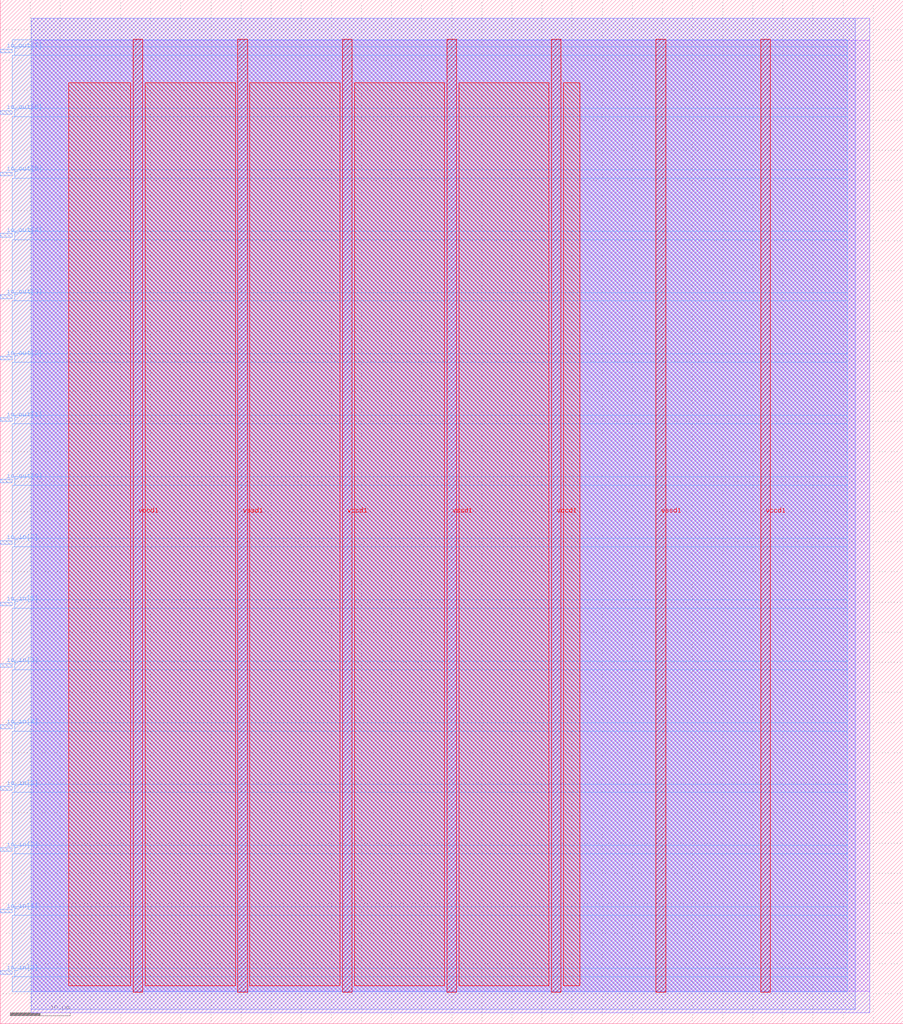
<source format=lef>
VERSION 5.7 ;
  NOWIREEXTENSIONATPIN ON ;
  DIVIDERCHAR "/" ;
  BUSBITCHARS "[]" ;
MACRO s4ga
  CLASS BLOCK ;
  FOREIGN s4ga ;
  ORIGIN 0.000 0.000 ;
  SIZE 150.000 BY 170.000 ;
  PIN io_in[0]
    DIRECTION INPUT ;
    USE SIGNAL ;
    PORT
      LAYER met3 ;
        RECT 0.000 8.200 2.000 8.800 ;
    END
  END io_in[0]
  PIN io_in[1]
    DIRECTION INPUT ;
    USE SIGNAL ;
    PORT
      LAYER met3 ;
        RECT 0.000 18.400 2.000 19.000 ;
    END
  END io_in[1]
  PIN io_in[2]
    DIRECTION INPUT ;
    USE SIGNAL ;
    PORT
      LAYER met3 ;
        RECT 0.000 28.600 2.000 29.200 ;
    END
  END io_in[2]
  PIN io_in[3]
    DIRECTION INPUT ;
    USE SIGNAL ;
    PORT
      LAYER met3 ;
        RECT 0.000 38.800 2.000 39.400 ;
    END
  END io_in[3]
  PIN io_in[4]
    DIRECTION INPUT ;
    USE SIGNAL ;
    PORT
      LAYER met3 ;
        RECT 0.000 49.000 2.000 49.600 ;
    END
  END io_in[4]
  PIN io_in[5]
    DIRECTION INPUT ;
    USE SIGNAL ;
    PORT
      LAYER met3 ;
        RECT 0.000 59.200 2.000 59.800 ;
    END
  END io_in[5]
  PIN io_in[6]
    DIRECTION INPUT ;
    USE SIGNAL ;
    PORT
      LAYER met3 ;
        RECT 0.000 69.400 2.000 70.000 ;
    END
  END io_in[6]
  PIN io_in[7]
    DIRECTION INPUT ;
    USE SIGNAL ;
    PORT
      LAYER met3 ;
        RECT 0.000 79.600 2.000 80.200 ;
    END
  END io_in[7]
  PIN io_out[0]
    DIRECTION OUTPUT TRISTATE ;
    USE SIGNAL ;
    PORT
      LAYER met3 ;
        RECT 0.000 89.800 2.000 90.400 ;
    END
  END io_out[0]
  PIN io_out[1]
    DIRECTION OUTPUT TRISTATE ;
    USE SIGNAL ;
    PORT
      LAYER met3 ;
        RECT 0.000 100.000 2.000 100.600 ;
    END
  END io_out[1]
  PIN io_out[2]
    DIRECTION OUTPUT TRISTATE ;
    USE SIGNAL ;
    PORT
      LAYER met3 ;
        RECT 0.000 110.200 2.000 110.800 ;
    END
  END io_out[2]
  PIN io_out[3]
    DIRECTION OUTPUT TRISTATE ;
    USE SIGNAL ;
    PORT
      LAYER met3 ;
        RECT 0.000 120.400 2.000 121.000 ;
    END
  END io_out[3]
  PIN io_out[4]
    DIRECTION OUTPUT TRISTATE ;
    USE SIGNAL ;
    PORT
      LAYER met3 ;
        RECT 0.000 130.600 2.000 131.200 ;
    END
  END io_out[4]
  PIN io_out[5]
    DIRECTION OUTPUT TRISTATE ;
    USE SIGNAL ;
    PORT
      LAYER met3 ;
        RECT 0.000 140.800 2.000 141.400 ;
    END
  END io_out[5]
  PIN io_out[6]
    DIRECTION OUTPUT TRISTATE ;
    USE SIGNAL ;
    PORT
      LAYER met3 ;
        RECT 0.000 151.000 2.000 151.600 ;
    END
  END io_out[6]
  PIN io_out[7]
    DIRECTION OUTPUT TRISTATE ;
    USE SIGNAL ;
    PORT
      LAYER met3 ;
        RECT 0.000 161.200 2.000 161.800 ;
    END
  END io_out[7]
  PIN vccd1
    DIRECTION INOUT ;
    USE POWER ;
    PORT
      LAYER met4 ;
        RECT 22.090 5.200 23.690 163.440 ;
    END
    PORT
      LAYER met4 ;
        RECT 56.830 5.200 58.430 163.440 ;
    END
    PORT
      LAYER met4 ;
        RECT 91.570 5.200 93.170 163.440 ;
    END
    PORT
      LAYER met4 ;
        RECT 126.310 5.200 127.910 163.440 ;
    END
  END vccd1
  PIN vssd1
    DIRECTION INOUT ;
    USE GROUND ;
    PORT
      LAYER met4 ;
        RECT 39.460 5.200 41.060 163.440 ;
    END
    PORT
      LAYER met4 ;
        RECT 74.200 5.200 75.800 163.440 ;
    END
    PORT
      LAYER met4 ;
        RECT 108.940 5.200 110.540 163.440 ;
    END
  END vssd1
  OBS
      LAYER li1 ;
        RECT 5.520 5.355 144.440 163.285 ;
      LAYER met1 ;
        RECT 5.130 1.800 144.440 166.900 ;
      LAYER met2 ;
        RECT 5.160 2.390 142.040 166.930 ;
      LAYER met3 ;
        RECT 2.000 162.200 140.695 163.365 ;
        RECT 2.400 160.800 140.695 162.200 ;
        RECT 2.000 152.000 140.695 160.800 ;
        RECT 2.400 150.600 140.695 152.000 ;
        RECT 2.000 141.800 140.695 150.600 ;
        RECT 2.400 140.400 140.695 141.800 ;
        RECT 2.000 131.600 140.695 140.400 ;
        RECT 2.400 130.200 140.695 131.600 ;
        RECT 2.000 121.400 140.695 130.200 ;
        RECT 2.400 120.000 140.695 121.400 ;
        RECT 2.000 111.200 140.695 120.000 ;
        RECT 2.400 109.800 140.695 111.200 ;
        RECT 2.000 101.000 140.695 109.800 ;
        RECT 2.400 99.600 140.695 101.000 ;
        RECT 2.000 90.800 140.695 99.600 ;
        RECT 2.400 89.400 140.695 90.800 ;
        RECT 2.000 80.600 140.695 89.400 ;
        RECT 2.400 79.200 140.695 80.600 ;
        RECT 2.000 70.400 140.695 79.200 ;
        RECT 2.400 69.000 140.695 70.400 ;
        RECT 2.000 60.200 140.695 69.000 ;
        RECT 2.400 58.800 140.695 60.200 ;
        RECT 2.000 50.000 140.695 58.800 ;
        RECT 2.400 48.600 140.695 50.000 ;
        RECT 2.000 39.800 140.695 48.600 ;
        RECT 2.400 38.400 140.695 39.800 ;
        RECT 2.000 29.600 140.695 38.400 ;
        RECT 2.400 28.200 140.695 29.600 ;
        RECT 2.000 19.400 140.695 28.200 ;
        RECT 2.400 18.000 140.695 19.400 ;
        RECT 2.000 9.200 140.695 18.000 ;
        RECT 2.400 7.800 140.695 9.200 ;
        RECT 2.000 5.275 140.695 7.800 ;
      LAYER met4 ;
        RECT 11.335 6.295 21.690 156.225 ;
        RECT 24.090 6.295 39.060 156.225 ;
        RECT 41.460 6.295 56.430 156.225 ;
        RECT 58.830 6.295 73.800 156.225 ;
        RECT 76.200 6.295 91.170 156.225 ;
        RECT 93.570 6.295 96.305 156.225 ;
  END
END s4ga
END LIBRARY


</source>
